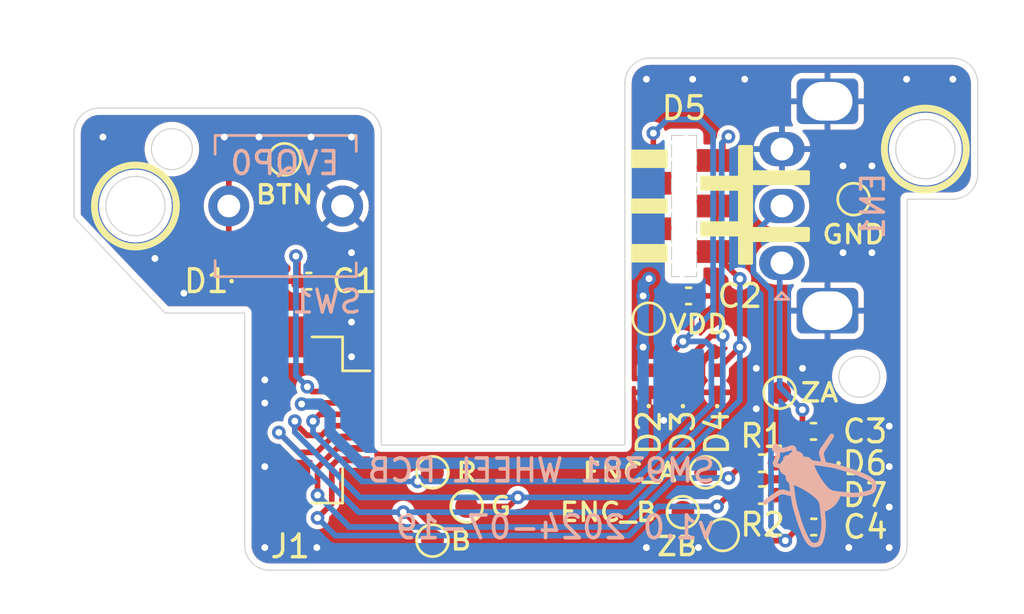
<source format=kicad_pcb>
(kicad_pcb (version 20240108) (generator "pcbnew") (generator_version "8.0")
  (title_block (title "Chakram Scroll Wheel") (date "2024-07-19") (rev "1.0") (company "Petr Moucha") (comment 2 "Any use or reproduction unrelated to this project is prohibited.") (comment 3 "The fly logo is the property of Petr Moucha. ") (comment 4 "Licensed under CERN-OHL-W v2"))
  (layers (0 "F.Cu" signal) (31 "B.Cu" signal) (34 "B.Paste" user) (35 "F.Paste" user) (36 "B.SilkS" user "B.Silkscreen") (37 "F.SilkS" user "F.Silkscreen") (38 "B.Mask" user) (39 "F.Mask" user) (44 "Edge.Cuts" user))
  (net 0 "")
  (net 1 "GND")
  (net 2 "/ZA")
  (net 3 "/ZB")
  (net 4 "/BTN")
  (net 5 "VDD")
  (net 6 "/LED_R")
  (net 7 "/LED_B")
  (net 8 "/LED_G")
  (net 9 "/ENC_B")
  (net 10 "/ENC_A")
  (footprint "TestPoint:TestPoint_Pad_D1.0mm" (layer "F.Cu") (at 82.75 71)
    (property "Reference" "TP8" (hide yes))
    (property "Value" "ENC_A" (at -5.5 0 0) (layer "F.SilkS") (effects (font (size 0.8 0.9)) (justify left)))
    (pad "1" smd circle (at 0 0) (size 1 1) (layers "F.Cu" "F.Mask") (net 10 "/ENC_A"))
  )
  (footprint "Capacitor_SMD:C_0402_1005Metric" (layer "F.Cu") (at 87.485 69.2)
    (property "Reference" "C3" (at 2.265 0 0) (layer "F.SilkS"))
    (property "Value" "~")
    (pad "1" smd roundrect (at -0.48 0) (size 0.56 0.62) (layers "F.Cu" "F.Paste" "F.Mask") (net 2 "/ZA"))
    (pad "2" smd roundrect (at 0.48 0) (size 0.56 0.62) (layers "F.Cu" "F.Paste" "F.Mask") (net 1 "GND"))
  )
  (footprint "Connector_FFC-FPC:Hirose_FH12-8S-0.5SH_1x08-1MP_P0.50mm_Horizontal" (layer "F.Cu") (at 65.5 68.7 -90)
    (property "Reference" "J1" (at 5.55 1 0) (layer "F.SilkS"))
    (property "Value" "FPC Connector")
    (pad "1" smd rect (at -1.75 -1.85 270) (size 0.3 1.3) (layers "F.Cu" "F.Paste" "F.Mask") (net 1 "GND"))
    (pad "2" smd rect (at -1.25 -1.85 270) (size 0.3 1.3) (layers "F.Cu" "F.Paste" "F.Mask") (net 4 "/BTN"))
    (pad "3" smd rect (at -0.75 -1.85 270) (size 0.3 1.3) (layers "F.Cu" "F.Paste" "F.Mask") (net 5 "VDD"))
    (pad "4" smd rect (at -0.25 -1.85 270) (size 0.3 1.3) (layers "F.Cu" "F.Paste" "F.Mask") (net 6 "/LED_R"))
    (pad "5" smd rect (at 0.25 -1.85 270) (size 0.3 1.3) (layers "F.Cu" "F.Paste" "F.Mask") (net 8 "/LED_G"))
    (pad "6" smd rect (at 0.75 -1.85 270) (size 0.3 1.3) (layers "F.Cu" "F.Paste" "F.Mask") (net 7 "/LED_B"))
    (pad "7" smd rect (at 1.25 -1.85 270) (size 0.3 1.3) (layers "F.Cu" "F.Paste" "F.Mask") (net 10 "/ENC_A"))
    (pad "8" smd rect (at 1.75 -1.85 270) (size 0.3 1.3) (layers "F.Cu" "F.Paste" "F.Mask") (net 9 "/ENC_B"))
    (pad "MP" smd rect (at -3.65 1.4 270) (size 1.8 2.2) (layers "F.Cu" "F.Paste" "F.Mask") (net 1 "GND") (thermal_bridge_width 0.5))
    (pad "MP" smd rect (at 3.65 1.4 270) (size 1.8 2.2) (layers "F.Cu" "F.Paste" "F.Mask") (net 1 "GND") (thermal_bridge_width 0.5))
  )
  (footprint "Moucha_Modules:LED_Chakram" (layer "F.Cu") (at 81.8 59.3)
    (property "Reference" "D5" (at 0 -4.3 0) (layer "F.SilkS"))
    (property "Value" "LED_Chakram")
    (fp_rect (start -0.55 -3.1) (end 0.55 3.1) (stroke (width 0.05) (type dash)) (fill none) (layer "Edge.Cuts"))
    (pad "1" connect rect (at 1.4 -2) (size 1.7 1) (layers "F.Cu" "F.Mask") (net 8 "/LED_G"))
    (pad "2" connect rect (at 1.4 0) (size 1.7 1) (layers "F.Cu" "F.Mask") (net 1 "GND"))
    (pad "3" connect rect (at 1.4 2) (size 1.7 1) (layers "F.Cu" "F.Mask") (net 7 "/LED_B"))
    (pad "4" connect rect (at -1.4 -1) (size 1.7 1) (layers "F.Cu" "F.Mask") (net 6 "/LED_R"))
    (pad "5" connect rect (at -1.4 1) (size 1.7 1) (layers "F.Cu" "F.Mask") (net 5 "VDD"))
  )
  (footprint "Capacitor_SMD:C_0402_1005Metric" (layer "F.Cu") (at 87.5 73.4)
    (property "Reference" "C4" (at 2.265 0 0) (layer "F.SilkS"))
    (property "Value" "~")
    (pad "1" smd roundrect (at -0.48 0) (size 0.56 0.62) (layers "F.Cu" "F.Paste" "F.Mask") (net 3 "/ZB"))
    (pad "2" smd roundrect (at 0.48 0) (size 0.56 0.62) (layers "F.Cu" "F.Paste" "F.Mask") (net 1 "GND"))
  )
  (footprint "Diode_SMD:D_0402_1005Metric" (layer "F.Cu") (at 80.25 67 90)
    (property "Reference" "D2" (at -2.25 0 90) (layer "F.SilkS"))
    (property "Value" "D_TVS_Small")
    (pad "1" smd roundrect (at -0.485 0 90) (size 0.59 0.64) (layers "F.Cu" "F.Paste" "F.Mask") (net 1 "GND"))
    (pad "2" smd roundrect (at 0.485 0 90) (size 0.59 0.64) (layers "F.Cu" "F.Paste" "F.Mask") (net 6 "/LED_R"))
  )
  (footprint "Resistor_SMD:R_0402_1005Metric" (layer "F.Cu") (at 85.25 72 180)
    (property "Reference" "R2" (at 0 -1.3 0) (layer "F.SilkS"))
    (property "Value" "1k")
    (pad "1" smd roundrect (at -0.51 0 180) (size 0.54 0.64) (layers "F.Cu" "F.Paste" "F.Mask") (net 3 "/ZB"))
    (pad "2" smd roundrect (at 0.51 0 180) (size 0.54 0.64) (layers "F.Cu" "F.Paste" "F.Mask") (net 9 "/ENC_B"))
  )
  (footprint "Capacitor_SMD:C_0402_1005Metric" (layer "F.Cu") (at 82 63.25)
    (property "Reference" "C2" (at 2.25 0 0) (layer "F.SilkS"))
    (property "Value" "100nF")
    (pad "1" smd roundrect (at -0.48 0) (size 0.56 0.62) (layers "F.Cu" "F.Paste" "F.Mask") (net 5 "VDD"))
    (pad "2" smd roundrect (at 0.48 0) (size 0.56 0.62) (layers "F.Cu" "F.Paste" "F.Mask") (net 1 "GND"))
  )
  (footprint "TestPoint:TestPoint_Pad_D1.0mm" (layer "F.Cu") (at 89.25 59)
    (property "Reference" "TP2" (hide yes))
    (property "Value" "GND" (at 0 1.55 0) (layer "F.SilkS") (effects (font (size 0.8 0.9))))
    (pad "1" smd circle (at 0 0) (size 1 1) (layers "F.Cu" "F.Mask") (net 1 "GND"))
  )
  (footprint "Diode_SMD:D_0402_1005Metric" (layer "F.Cu") (at 83.25 67 90)
    (property "Reference" "D4" (at -2.25 0 90) (layer "F.SilkS"))
    (property "Value" "D_TVS_Small")
    (pad "1" smd roundrect (at -0.485 0 90) (size 0.59 0.64) (layers "F.Cu" "F.Paste" "F.Mask") (net 1 "GND"))
    (pad "2" smd roundrect (at 0.485 0 90) (size 0.59 0.64) (layers "F.Cu" "F.Paste" "F.Mask") (net 7 "/LED_B"))
  )
  (footprint "TestPoint:TestPoint_Pad_D1.0mm" (layer "F.Cu") (at 83.5 73.75)
    (property "Reference" "TP10" (hide yes))
    (property "Value" "ZB" (at -2 0.5 0) (layer "F.SilkS") (effects (font (size 0.8 0.9))))
    (pad "1" smd circle (at 0 0) (size 1 1) (layers "F.Cu" "F.Mask") (net 3 "/ZB"))
  )
  (footprint "Diode_SMD:D_0402_1005Metric" (layer "F.Cu") (at 81.75 67 90)
    (property "Reference" "D3" (at -2.25 0 90) (layer "F.SilkS"))
    (property "Value" "D_TVS_Small")
    (pad "1" smd roundrect (at -0.485 0 90) (size 0.59 0.64) (layers "F.Cu" "F.Paste" "F.Mask") (net 1 "GND"))
    (pad "2" smd roundrect (at 0.485 0 90) (size 0.59 0.64) (layers "F.Cu" "F.Paste" "F.Mask") (net 8 "/LED_G"))
  )
  (footprint "TestPoint:TestPoint_Pad_D1.0mm" (layer "F.Cu") (at 70.75 74)
    (property "Reference" "TP6" (hide yes))
    (property "Value" "B" (at 1.25 0 0) (layer "F.SilkS") (effects (font (size 0.8 0.9))))
    (pad "1" smd circle (at 0 0) (size 1 1) (layers "F.Cu" "F.Mask") (net 7 "/LED_B"))
  )
  (footprint "Diode_SMD:D_0402_1005Metric" (layer "F.Cu") (at 87.5 70.6 180)
    (property "Reference" "D6" (at -2.25 0 0) (layer "F.SilkS"))
    (property "Value" "D_TVS_Small")
    (pad "1" smd roundrect (at -0.485 0 180) (size 0.59 0.64) (layers "F.Cu" "F.Paste" "F.Mask") (net 1 "GND"))
    (pad "2" smd roundrect (at 0.485 0 180) (size 0.59 0.64) (layers "F.Cu" "F.Paste" "F.Mask") (net 2 "/ZA"))
  )
  (footprint "TestPoint:TestPoint_Pad_D1.0mm" (layer "F.Cu") (at 72.25 72.5)
    (property "Reference" "TP5" (hide yes))
    (property "Value" "G" (at 1.5 0 0) (layer "F.SilkS") (effects (font (size 0.8 0.9))))
    (pad "1" smd circle (at 0 0) (size 1 1) (layers "F.Cu" "F.Mask") (net 8 "/LED_G"))
  )
  (footprint "Capacitor_SMD:C_0402_1005Metric" (layer "F.Cu") (at 65.315 62.6)
    (property "Reference" "C1" (at 2 0 0) (layer "F.SilkS"))
    (property "Value" "~")
    (pad "1" smd roundrect (at -0.48 0) (size 0.56 0.62) (layers "F.Cu" "F.Paste" "F.Mask") (net 4 "/BTN"))
    (pad "2" smd roundrect (at 0.48 0) (size 0.56 0.62) (layers "F.Cu" "F.Paste" "F.Mask") (net 1 "GND"))
  )
  (footprint "TestPoint:TestPoint_Pad_D1.0mm" (layer "F.Cu") (at 70.75 71)
    (property "Reference" "TP4" (hide yes))
    (property "Value" "R" (at 1.5 0 0) (layer "F.SilkS") (effects (font (size 0.8 0.9))))
    (pad "1" smd circle (at 0 0) (size 1 1) (layers "F.Cu" "F.Mask") (net 6 "/LED_R"))
  )
  (footprint "TestPoint:TestPoint_Pad_D1.0mm" (layer "F.Cu") (at 81.75 72.75)
    (property "Reference" "TP9" (hide yes))
    (property "Value" "ENC_B" (at -5.5 0 0) (layer "F.SilkS") (effects (font (size 0.8 0.9)) (justify left)))
    (pad "1" smd circle (at 0 0) (size 1 1) (layers "F.Cu" "F.Mask") (net 9 "/ENC_B"))
  )
  (footprint "Diode_SMD:D_0402_1005Metric" (layer "F.Cu") (at 63.015 62.6)
    (property "Reference" "D1" (at -2.2 0 0) (layer "F.SilkS"))
    (property "Value" "D_TVS_Small")
    (pad "1" smd roundrect (at -0.485 0) (size 0.59 0.64) (layers "F.Cu" "F.Paste" "F.Mask") (net 1 "GND"))
    (pad "2" smd roundrect (at 0.485 0) (size 0.59 0.64) (layers "F.Cu" "F.Paste" "F.Mask") (net 4 "/BTN"))
  )
  (footprint "TestPoint:TestPoint_Pad_D1.0mm" (layer "F.Cu") (at 64.25 57.25)
    (property "Reference" "TP3" (hide yes))
    (property "Value" "BTN" (at 0 1.55 0) (layer "F.SilkS") (effects (font (size 0.8 0.9))))
    (pad "1" smd circle (at 0 0) (size 1 1) (layers "F.Cu" "F.Mask") (net 4 "/BTN"))
  )
  (footprint "Diode_SMD:D_0402_1005Metric" (layer "F.Cu") (at 87.485 72 180)
    (property "Reference" "D7" (at -2.265 0 0) (layer "F.SilkS"))
    (property "Value" "D_TVS_Small")
    (pad "1" smd roundrect (at -0.485 0 180) (size 0.59 0.64) (layers "F.Cu" "F.Paste" "F.Mask") (net 1 "GND"))
    (pad "2" smd roundrect (at 0.485 0 180) (size 0.59 0.64) (layers "F.Cu" "F.Paste" "F.Mask") (net 3 "/ZB"))
  )
  (footprint "TestPoint:TestPoint_Pad_D1.0mm" (layer "F.Cu") (at 80.25 64.25)
    (property "Reference" "TP1" (hide yes))
    (property "Value" "VDD" (at 2.176549 0.25 0) (layer "F.SilkS") (effects (font (size 0.8 0.9))))
    (pad "1" smd circle (at 0 0) (size 1 1) (layers "F.Cu" "F.Mask") (net 5 "VDD"))
  )
  (footprint "TestPoint:TestPoint_Pad_D1.0mm" (layer "F.Cu") (at 86 67.5)
    (property "Reference" "TP7" (hide yes))
    (property "Value" "ZA" (at 1.75 0 0) (layer "F.SilkS") (effects (font (size 0.8 0.9))))
    (pad "1" smd circle (at 0 0) (size 1 1) (layers "F.Cu" "F.Mask") (net 2 "/ZA"))
  )
  (footprint "Resistor_SMD:R_0402_1005Metric" (layer "F.Cu") (at 85.25 70.6 180)
    (property "Reference" "R1" (at 0 1.2 0) (layer "F.SilkS"))
    (property "Value" "1k")
    (pad "1" smd roundrect (at -0.51 0 180) (size 0.54 0.64) (layers "F.Cu" "F.Paste" "F.Mask") (net 2 "/ZA"))
    (pad "2" smd roundrect (at 0.51 0 180) (size 0.54 0.64) (layers "F.Cu" "F.Paste" "F.Mask") (net 10 "/ENC_A"))
  )
  (footprint "Moucha_Primitives:SW_Push_EVQP0" (layer "B.Cu") (at 64.3 59.3 180)
    (property "Reference" "SW1" (at -1.8 -4.2 0) (layer "B.SilkS") (effects (justify mirror)))
    (property "Value" "~")
    (pad "1" thru_hole circle (at -2.5 0 180) (size 1.8 1.8) (drill 1) (layers "*.Cu" "*.Mask") (net 1 "GND"))
    (pad "2" thru_hole circle (at 2.5 0 180) (size 1.8 1.8) (drill 1) (layers "*.Cu" "*.Mask") (net 4 "/BTN"))
  )
  (footprint "Moucha_Primitives:RotaryEncoder_Alps_EC10E" (layer "B.Cu") (at 86.1 61.8)
    (property "Reference" "EN1" (at 4 -2.5 90) (layer "B.SilkS") (effects (justify mirror)))
    (property "Value" "RotaryEncoder_MP")
    (pad "A" thru_hole oval (at 0 0) (size 2 1.5) (drill 1) (layers "*.Cu" "*.Mask") (net 2 "/ZA"))
    (pad "B" thru_hole oval (at 0 -2.5) (size 2 1.5) (drill 1) (layers "*.Cu" "*.Mask") (net 3 "/ZB"))
    (pad "C" thru_hole oval (at 0 -5) (size 2 1.5) (drill 1) (layers "*.Cu" "*.Mask") (net 1 "GND"))
    (pad "MP" thru_hole roundrect (at 2 -7.1) (size 2.7 2) (drill oval 2.2 1.7) (layers "*.Cu" "*.Mask") (roundrect_rratio 0.125) (net 1 "GND"))
    (pad "MP" thru_hole roundrect (at 2 2.1) (size 2.7 2) (drill oval 2.2 1.7) (layers "*.Cu" "*.Mask") (roundrect_rratio 0.125) (net 1 "GND"))
  )
  (footprint "Moucha_Graphics:Logo_Moucha_4.5x4.5mm_SilkScreen" (layer "B.Cu") (at 87.5 71.5 -135)
    (property "Reference" "REF**" (hide yes))
    (property "Value" "Logo_Moucha_4.5x4.5mm_SilkScreen" (hide yes))
  )
  (gr_circle (center 92.4 56.8) (end 94.2 56.8) (stroke (width 0.3)) (fill none) (layer "F.SilkS"))
  (gr_rect (start 79.55 59.05) (end 81 59.55) (stroke (width 0.16)) (fill solid) (layer "F.SilkS"))
  (gr_rect (start 79.55 56.9) (end 81 57.55) (stroke (width 0.16)) (fill solid) (layer "F.SilkS"))
  (gr_poly (pts (xy 84.25 56.7) (xy 84.75 56.7) (xy 84.75 57.809106) (xy 87.25 57.809106) (xy 87.25 58.3) (xy 84.75 58.3) (xy 84.75 60.3) (xy 87.25 60.3) (xy 87.25 60.8) (xy 84.75 60.8) (xy 84.75 61.8) (xy 84.25 61.8) (xy 84.252472 60.557414) (xy 82.587864 60.557111) (xy 82.587925 60.054063) (xy 84.25 60.05) (xy 84.25 58.55) (xy 82.587864 58.550542) (xy 82.587863 58.047494) (xy 84.25 58.05)) (stroke (width 0.16)) (fill solid) (layer "F.SilkS"))
  (gr_circle (center 57.7 59.3) (end 59.5 59.3) (stroke (width 0.3)) (fill none) (layer "F.SilkS"))
  (gr_rect (start 79.55 61.05) (end 81 61.7) (stroke (width 0.16)) (fill solid) (layer "F.SilkS"))
  (gr_arc (start 63.6 75.3) (mid 62.822183 74.977817) (end 62.5 74.2) (stroke (width 0.05)) (layer "Edge.Cuts"))
  (gr_line (start 91.6 74.2) (end 91.6 59) (stroke (width 0.05)) (layer "Edge.Cuts"))
  (gr_line (start 62.5 64) (end 59 64) (stroke (width 0.05)) (layer "Edge.Cuts"))
  (gr_line (start 79.2 53.9) (end 79.2 69.8) (stroke (width 0.05)) (layer "Edge.Cuts"))
  (gr_line (start 56.1 55) (end 67.4 55) (stroke (width 0.05)) (layer "Edge.Cuts"))
  (gr_arc (start 93.6 52.8) (mid 94.377817 53.122183) (end 94.7 53.9) (stroke (width 0.05)) (layer "Edge.Cuts"))
  (gr_circle (center 57.7 59.3) (end 59 59.3) (stroke (width 0.05)) (fill none) (layer "Edge.Cuts"))
  (gr_arc (start 91.6 74.2) (mid 91.277817 74.977817) (end 90.5 75.3) (stroke (width 0.05)) (layer "Edge.Cuts"))
  (gr_line (start 55 59.8) (end 59 64) (stroke (width 0.05)) (layer "Edge.Cuts"))
  (gr_line (start 94.7 57.9) (end 94.7 53.9) (stroke (width 0.05)) (layer "Edge.Cuts"))
  (gr_arc (start 94.7 57.9) (mid 94.377817 58.677817) (end 93.6 59) (stroke (width 0.05)) (layer "Edge.Cuts"))
  (gr_line (start 55 56.1) (end 55 59.8) (stroke (width 0.05)) (layer "Edge.Cuts"))
  (gr_line (start 63.6 75.3) (end 90.5 75.3) (stroke (width 0.05)) (layer "Edge.Cuts"))
  (gr_circle (center 89.5 66.8) (end 90.4 66.8) (stroke (width 0.05)) (fill none) (layer "Edge.Cuts"))
  (gr_arc (start 79.2 53.9) (mid 79.522183 53.122183) (end 80.3 52.8) (stroke (width 0.05)) (layer "Edge.Cuts"))
  (gr_arc (start 55 56.1) (mid 55.322183 55.322183) (end 56.1 55) (stroke (width 0.05)) (layer "Edge.Cuts"))
  (gr_arc (start 67.4 55) (mid 68.177817 55.322183) (end 68.5 56.1) (stroke (width 0.05)) (layer "Edge.Cuts"))
  (gr_line (start 79.2 69.8) (end 68.5 69.8) (stroke (width 0.05)) (layer "Edge.Cuts"))
  (gr_circle (center 59.3 56.8) (end 60.2 56.8) (stroke (width 0.05)) (fill none) (layer "Edge.Cuts"))
  (gr_line (start 62.5 64) (end 62.5 74.2) (stroke (width 0.05)) (layer "Edge.Cuts"))
  (gr_line (start 93.6 52.8) (end 80.3 52.8) (stroke (width 0.05)) (layer "Edge.Cuts"))
  (gr_circle (center 92.4 56.8) (end 93.7 56.8) (stroke (width 0.05)) (fill none) (layer "Edge.Cuts"))
  (gr_line (start 68.5 56.1) (end 68.5 69.8) (stroke (width 0.05)) (layer "Edge.Cuts"))
  (gr_line (start 91.6 59) (end 93.6 59) (stroke (width 0.05)) (layer "Edge.Cuts"))
  (gr_text "SM9381 WHEEL PCB" (at 83.25 71.5 0) (layer "B.SilkS") (effects (font (size 1 1) (thickness 0.16)) (justify left bottom mirror)))
  (gr_text "EVQP0" (at 66.75 58 0) (layer "B.SilkS") (effects (font (size 1 1) (thickness 0.16)) (justify left bottom mirror)))
  (gr_text "v${REVISION} ${ISSUE_DATE}" (at 83.25 74 0) (layer "B.SilkS") (effects (font (size 1 1) (thickness 0.16)) (justify left bottom mirror)))
  (via (at 87.004 66.43) (size 0.6) (drill 0.3) (layers "F.Cu" "B.Cu") (net 1))
  (via (at 90.052 57.54) (size 0.6) (drill 0.3) (layers "F.Cu" "B.Cu") (net 1))
  (via (at 91.576 53.73) (size 0.6) (drill 0.3) (layers "F.Cu" "B.Cu") (net 1))
  (via (at 67.192 61.35) (size 0.6) (drill 0.3) (layers "F.Cu" "B.Cu") (net 1))
  (via (at 63.382 67.954) (size 0.6) (drill 0.3) (layers "F.Cu" "B.Cu") (net 1))
  (via (at 88.782 57.54) (size 0.6) (drill 0.3) (layers "F.Cu" "B.Cu") (net 1))
  (via (at 90.814 74.304) (size 0.6) (drill 0.3) (layers "F.Cu" "B.Cu") (net 1))
  (via (at 90.814 70.748) (size 0.6) (drill 0.3) (layers "F.Cu" "B.Cu") (net 1))
  (via (at 84.972 66.43) (size 0.6) (drill 0.3) (layers "F.Cu" "B.Cu") (net 1))
  (via (at 90.814 72.526) (size 0.6) (drill 0.3) (layers "F.Cu" "B.Cu") (net 1))
  (via (at 65.668 74.304) (size 0.6) (drill 0.3) (layers "F.Cu" "B.Cu") (net 1))
  (via (at 88.782 61.35) (size 0.6) (drill 0.3) (layers "F.Cu" "B.Cu") (net 1))
  (via (at 89.036 74.304) (size 0.6) (drill 0.3) (layers "F.Cu" "B.Cu") (net 1))
  (via (at 93.608 53.73) (size 0.6) (drill 0.3) (layers "F.Cu" "B.Cu") (net 1))
  (via (at 56.27 56.27) (size 0.6) (drill 0.3) (layers "F.Cu" "B.Cu") (net 1))
  (via (at 63.128 56.27) (size 0.6) (drill 0.3) (layers "F.Cu" "B.Cu") (net 1))
  (via (at 61.604 56.27) (size 0.6) (drill 0.3) (layers "F.Cu" "B.Cu") (net 1))
  (via (at 59.826 63.128) (size 0.6) (drill 0.3) (layers "F.Cu" "B.Cu") (net 1))
  (via (at 58.556 61.604) (size 0.6) (drill 0.3) (layers "F.Cu" "B.Cu") (net 1))
  (via (at 67.192 56.27) (size 0.6) (drill 0.3) (layers "F.Cu" "B.Cu") (net 1))
  (via (at 84.464 53.73) (size 0.6) (drill 0.3) (layers "F.Cu" "B.Cu") (net 1))
  (via (at 65.414 56.27) (size 0.6) (drill 0.3) (layers "F.Cu" "B.Cu") (net 1))
  (via (at 90.052 61.35) (size 0.6) (drill 0.3) (layers "F.Cu" "B.Cu") (net 1))
  (via (at 67.192 65.922) (size 0.6) (drill 0.3) (layers "F.Cu" "B.Cu") (net 1))
  (via (at 63.382 70.748) (size 0.6) (drill 0.3) (layers "F.Cu" "B.Cu") (net 1))
  (via (at 63.382 74.304) (size 0.6) (drill 0.3) (layers "F.Cu" "B.Cu") (net 1))
  (via (at 80.908 68.716) (size 0.6) (drill 0.3) (layers "F.Cu" "B.Cu") (net 1))
  (via (at 67.192 64.398) (size 0.6) (drill 0.3) (layers "F.Cu" "B.Cu") (net 1))
  (via (at 80.146 53.73) (size 0.6) (drill 0.3) (layers "F.Cu" "B.Cu") (net 1))
  (via (at 63.382 66.938) (size 0.6) (drill 0.3) (layers "F.Cu" "B.Cu") (net 1))
  (via (at 82.178 53.73) (size 0.6) (drill 0.3) (layers "F.Cu" "B.Cu") (net 1))
  (via (at 82.432 74.304) (size 0.6) (drill 0.3) (layers "F.Cu" "B.Cu") (net 1))
  (via (at 84.972 68.208) (size 0.6) (drill 0.3) (layers "F.Cu" "B.Cu") (net 1))
  (via (at 80.146 74.304) (size 0.6) (drill 0.3) (layers "F.Cu" "B.Cu") (net 1))
  (via (at 90.814 68.97) (size 0.6) (drill 0.3) (layers "F.Cu" "B.Cu") (net 1))
  (segment (start 86.25 67.5) (end 87 68.25) (width 0.25) (layer "F.Cu") (net 2))
  (segment (start 87 68.25) (end 87 70.585) (width 0.25) (layer "F.Cu") (net 2))
  (segment (start 87.015 70.6) (end 85.595 70.6) (width 0.25) (layer "F.Cu") (net 2))
  (via (at 87 68.25) (size 0.6) (drill 0.3) (layers "F.Cu" "B.Cu") (net 2))
  (segment (start 87 68.25) (end 86 67.25) (width 0.25) (layer "B.Cu") (net 2))
  (segment (start 86 67.25) (end 86 61.9) (width 0.25) (layer "B.Cu") (net 2))
  (segment (start 86.25 74) (end 83.5 74) (width 0.25) (layer "F.Cu") (net 3))
  (segment (start 86.25 74) (end 86.884337 73.365663) (width 0.25) (layer "F.Cu") (net 3))
  (segment (start 87 72) (end 85.605 72) (width 0.25) (layer "F.Cu") (net 3))
  (segment (start 87.005 73.355095) (end 87.005 72.005) (width 0.25) (layer "F.Cu") (net 3))
  (via (at 86.25 74) (size 0.6) (drill 0.3) (layers "F.Cu" "B.Cu") (net 3))
  (segment (start 86.25 74) (end 85.62 73.37) (width 0.25) (layer "B.Cu") (net 3))
  (segment (start 84.845 62.216285) (end 84.845 60.555) (width 0.25) (layer "B.Cu") (net 3))
  (segment (start 84.845 60.555) (end 86.1 59.3) (width 0.25) (layer "B.Cu") (net 3))
  (segment (start 85.62 73.37) (end 85.62 62.991285) (width 0.25) (layer "B.Cu") (net 3))
  (segment (start 85.62 62.991285) (end 84.845 62.216285) (width 0.25) (layer "B.Cu") (net 3))
  (segment (start 61.8 59.3) (end 61.8 60.8) (width 0.25) (layer "F.Cu") (net 4))
  (segment (start 64.835 62.6) (end 64.835 61.585) (width 0.25) (layer "F.Cu") (net 4))
  (segment (start 61.8 58.2) (end 62.75 57.25) (width 0.25) (layer "F.Cu") (net 4))
  (segment (start 67.35 67.45) (end 65.461932 67.45) (width 0.25) (layer "F.Cu") (net 4))
  (segment (start 64.835 62.6) (end 63.5 62.6) (width 0.25) (layer "F.Cu") (net 4))
  (segment (start 65.461932 67.45) (end 65.252983 67.241051) (width 0.25) (layer "F.Cu") (net 4))
  (segment (start 62.75 57.25) (end 64.25 57.25) (width 0.25) (layer "F.Cu") (net 4))
  (segment (start 61.8 60.8) (end 63.5 62.5) (width 0.25) (layer "F.Cu") (net 4))
  (segment (start 64.835 61.585) (end 64.75 61.5) (width 0.25) (layer "F.Cu") (net 4))
  (segment (start 61.8 59.3) (end 61.8 58.2) (width 0.25) (layer "F.Cu") (net 4))
  (via (at 64.75 61.5) (size 0.6) (drill 0.3) (layers "F.Cu" "B.Cu") (net 4))
  (via (at 65.252983 67.241051) (size 0.6) (drill 0.3) (layers "F.Cu" "B.Cu") (net 4))
  (segment (start 64.761932 66.75) (end 64.75 66.75) (width 0.25) (layer "B.Cu") (net 4))
  (segment (start 64.75 66.75) (end 64.75 61.5) (width 0.25) (layer "B.Cu") (net 4))
  (segment (start 65.252983 67.241051) (end 64.761932 66.75) (width 0.25) (layer "B.Cu") (net 4))
  (segment (start 65 68) (end 65.05 67.95) (width 0.25) (layer "F.Cu") (net 5))
  (segment (start 65.05 67.95) (end 67.35 67.95) (width 0.25) (layer "F.Cu") (net 5))
  (via (at 80 65.5) (size 0.6) (drill 0.3) (layers "F.Cu" "B.Cu") (net 5))
  (via (at 80.261091 62.488909) (size 0.6) (drill 0.3) (layers "F.Cu" "B.Cu") (net 5))
  (via (at 65 68) (size 0.6) (drill 0.3) (layers "F.Cu" "B.Cu") (net 5))
  (via (at 80 63.25) (size 0.6) (drill 0.3) (layers "F.Cu" "B.Cu") (net 5))
  (segment (start 66.25 69.25) (end 66.25 68.439339) (width 0.5) (layer "B.Cu") (net 5))
  (segment (start 80.261091 62.488909) (end 80 62.75) (width 0.5) (layer "B.Cu") (net 5))
  (segment (start 79.5 70.6) (end 67.6 70.6) (width 0.5) (layer "B.Cu") (net 5))
  (segment (start 80 70.1) (end 79.5 70.6) (width 0.5) (layer "B.Cu") (net 5))
  (segment (start 80 65.5) (end 80 70.1) (width 0.5) (layer "B.Cu") (net 5))
  (segment (start 67.6 70.6) (end 66.25 69.25) (width 0.5) (layer "B.Cu") (net 5))
  (segment (start 66.25 68.439339) (end 65.810661 68) (width 0.5) (layer "B.Cu") (net 5))
  (segment (start 80 63.25) (end 80 65.5) (width 0.5) (layer "B.Cu") (net 5))
  (segment (start 65.810661 68) (end 65 68) (width 0.5) (layer "B.Cu") (net 5))
  (segment (start 80 62.75) (end 80 63.25) (width 0.5) (layer "B.Cu") (net 5))
  (segment (start 81.75 65.2575) (end 80.4925 66.515) (width 0.25) (layer "F.Cu") (net 6))
  (segment (start 70.1 71.4) (end 70.5 71) (width 0.25) (layer "F.Cu") (net 6))
  (segment (start 80.4925 66.515) (end 80.25 66.515) (width 0.25) (layer "F.Cu") (net 6))
  (segment (start 65.5 68.75) (end 65.8 68.45) (width 0.25) (layer "F.Cu") (net 6))
  (segment (start 81.75 65.25) (end 81.75 65.2575) (width 0.25) (layer "F.Cu") (net 6))
  (segment (start 65.8 68.45) (end 67.35 68.45) (width 0.25) (layer "F.Cu") (net 6))
  (segment (start 80.45 56.098959) (end 80.45 58.3) (width 0.25) (layer "F.Cu") (net 6))
  (via (at 81.75 65.25) (size 0.6) (drill 0.3) (layers "F.Cu" "B.Cu") (net 6))
  (via (at 65.5 68.75) (size 0.6) (drill 0.3) (layers "F.Cu" "B.Cu") (net 6))
  (via (at 70.1 71.4) (size 0.6) (drill 0.3) (layers "F.Cu" "B.Cu") (net 6))
  (via (at 80.45 56.098959) (size 0.6) (drill 0.3) (layers "F.Cu" "B.Cu") (net 6))
  (segment (start 83.075 56.075) (end 83.075 63.925) (width 0.25) (layer "B.Cu") (net 6))
  (segment (start 65.5 69.25) (end 65.5 68.75) (width 0.25) (layer "B.Cu") (net 6))
  (segment (start 79.6 71.4) (end 67.65 71.4) (width 0.25) (layer "B.Cu") (net 6))
  (segment (start 83 68) (end 79.6 71.4) (width 0.25) (layer "B.Cu") (net 6))
  (segment (start 83.075 63.925) (end 81.75 65.25) (width 0.25) (layer "B.Cu") (net 6))
  (segment (start 80.45 56.098959) (end 81.048959 55.5) (width 0.25) (layer "B.Cu") (net 6))
  (segment (start 81.048959 55.5) (end 82.5 55.5) (width 0.25) (layer "B.Cu") (net 6))
  (segment (start 82.75 65.25) (end 83 65.5) (width 0.25) (layer "B.Cu") (net 6))
  (segment (start 67.65 71.4) (end 65.5 69.25) (width 0.25) (layer "B.Cu") (net 6))
  (segment (start 83 65.5) (end 83 68) (width 0.25) (layer "B.Cu") (net 6))
  (segment (start 81.75 65.25) (end 82.75 65.25) (width 0.25) (layer "B.Cu") (net 6))
  (segment (start 82.5 55.5) (end 83.075 56.075) (width 0.25) (layer "B.Cu") (net 6))
  (segment (start 64 69.25) (end 64.875 70.125) (width 0.25) (layer "F.Cu") (net 7))
  (segment (start 66.337402 69.45) (end 67.35 69.45) (width 0.25) (layer "F.Cu") (net 7))
  (segment (start 69.464327 72.75) (end 69.5 72.75) (width 0.25) (layer "F.Cu") (net 7))
  (segment (start 84.25 65.5) (end 83.25 66.5) (width 0.25) (layer "F.Cu") (net 7))
  (segment (start 83.5 61.75) (end 84.25 62.5) (width 0.25) (layer "F.Cu") (net 7))
  (segment (start 65.662402 70.125) (end 66.337402 69.45) (width 0.25) (layer "F.Cu") (net 7))
  (segment (start 64.875 70.125) (end 65.662402 70.125) (width 0.25) (layer "F.Cu") (net 7))
  (segment (start 83.5 61.3) (end 83.5 61.75) (width 0.25) (layer "F.Cu") (net 7))
  (segment (start 69.5 72.75) (end 70.75 74) (width 0.25) (layer "F.Cu") (net 7))
  (via (at 84.25 65.5) (size 0.6) (drill 0.3) (layers "F.Cu" "B.Cu") (net 7))
  (via (at 84.25 62.5) (size 0.6) (drill 0.3) (layers "F.Cu" "B.Cu") (net 7))
  (via (at 69.464327 72.75) (size 0.6) (drill 0.3) (layers "F.Cu" "B.Cu") (net 7))
  (via (at 64 69.25) (size 0.6) (drill 0.3) (layers "F.Cu" "B.Cu") (net 7))
  (segment (start 84.25 67.824804) (end 84.25 65.5) (width 0.25) (layer "B.Cu") (net 7))
  (segment (start 79.324804 72.75) (end 84.25 67.824804) (width 0.25) (layer "B.Cu") (net 7))
  (segment (start 69.464327 72.75) (end 67.5 72.75) (width 0.25) (layer "B.Cu") (net 7))
  (segment (start 69.464327 72.75) (end 79.324804 72.75) (width 0.25) (layer "B.Cu") (net 7))
  (segment (start 84.25 65.5) (end 84.25 62.5) (width 0.25) (layer "B.Cu") (net 7))
  (segment (start 67.5 72.75) (end 64 69.25) (width 0.25) (layer "B.Cu") (net 7))
  (segment (start 65.241116 69.375) (end 65.875 69.375) (width 0.25) (layer "F.Cu") (net 8))
  (segment (start 74.1 72.5) (end 72.25 72.5) (width 0.25) (layer "F.Cu") (net 8))
  (segment (start 64.699997 68.833881) (end 65.241116 69.375) (width 0.25) (layer "F.Cu") (net 8))
  (segment (start 83.5 57.3) (end 83.5 56.5) (width 0.25) (layer "F.Cu") (net 8))
  (segment (start 83.5 56.5) (end 83.75 56.25) (width 0.25) (layer "F.Cu") (net 8))
  (segment (start 66.3 68.95) (end 67.35 68.95) (width 0.25) (layer "F.Cu") (net 8))
  (segment (start 64.699997 68.75) (end 64.699997 68.833881) (width 0.25) (layer "F.Cu") (net 8))
  (segment (start 83 65) (end 81.75 66.25) (width 0.25) (layer "F.Cu") (net 8))
  (segment (start 83.5 65) (end 83 65) (width 0.25) (layer "F.Cu") (net 8))
  (segment (start 65.875 69.375) (end 66.3 68.95) (width 0.25) (layer "F.Cu") (net 8))
  (segment (start 74.5 72.1) (end 74.1 72.5) (width 0.25) (layer "F.Cu") (net 8))
  (segment (start 81.75 66.25) (end 81.75 66.515) (width 0.25) (layer "F.Cu") (net 8))
  (via (at 83.75 56.25) (size 0.6) (drill 0.3) (layers "F.Cu" "B.Cu") (net 8))
  (via (at 83.5 65) (size 0.6) (drill 0.3) (layers "F.Cu" "B.Cu") (net 8))
  (via (at 74.5 72.1) (size 0.6) (drill 0.3) (layers "F.Cu" "B.Cu") (net 8))
  (via (at 64.699997 68.75) (size 0.6) (drill 0.3) (layers "F.Cu" "B.Cu") (net 8))
  (segment (start 74.5 72.1) (end 79.437402 72.1) (width 0.25) (layer "B.Cu") (net 8))
  (segment (start 74.5 72.1) (end 67.562598 72.1) (width 0.25) (layer "B.Cu") (net 8))
  (segment (start 79.437402 72.1) (end 83.5 68.037402) (width 0.25) (layer "B.Cu") (net 8))
  (segment (start 83.455 56.545) (end 83.75 56.25) (width 0.25) (layer "B.Cu") (net 8))
  (segment (start 64.699997 69.237399) (end 64.699997 68.75) (width 0.25) (layer "B.Cu") (net 8))
  (segment (start 67.562598 72.1) (end 64.699997 69.237399) (width 0.25) (layer "B.Cu") (net 8))
  (segment (start 83.5 65) (end 83.455 64.955) (width 0.25) (layer "B.Cu") (net 8))
  (segment (start 83.455 64.955) (end 83.455 56.545) (width 0.25) (layer "B.Cu") (net 8))
  (segment (start 83.5 68.037402) (end 83.5 65) (width 0.25) (layer "B.Cu") (net 8))
  (segment (start 65.7 73) (end 66.325 72.375) (width 0.25) (layer "F.Cu") (net 9))
  (segment (start 66.325 70.702402) (end 66.577402 70.45) (width 0.25) (layer "F.Cu") (net 9))
  (segment (start 83.25 72.5) (end 82 72.5) (width 0.25) (layer "F.Cu") (net 9))
  (segment (start 84.585 72) (end 83.75 72) (width 0.25) (layer "F.Cu") (net 9))
  (segment (start 83.75 72) (end 83.25 72.5) (width 0.25) (layer "F.Cu") (net 9))
  (segment (start 66.577402 70.45) (end 67.35 70.45) (width 0.25) (layer "F.Cu") (net 9))
  (segment (start 66.325 72.375) (end 66.325 70.702402) (width 0.25) (layer "F.Cu") (net 9))
  (via (at 83.25 72.5) (size 0.6) (drill 0.3) (layers "F.Cu" "B.Cu") (net 9))
  (via (at 65.7 73) (size 0.6) (drill 0.3) (layers "F.Cu" "B.Cu") (net 9))
  (segment (start 65.7 73) (end 66.48 73.78) (width 0.25) (layer "B.Cu") (net 9))
  (segment (start 80.649608 72.5) (end 83.25 72.5) (width 0.25) (layer "B.Cu") (net 9))
  (segment (start 66.48 73.78) (end 79.369608 73.78) (width 0.25) (layer "B.Cu") (net 9))
  (segment (start 79.369608 73.78) (end 80.649608 72.5) (width 0.25) (layer "B.Cu") (net 9))
  (segment (start 84.575 70.6) (end 84.4 70.6) (width 0.25) (layer "F.Cu") (net 10))
  (segment (start 65.7 70.79) (end 66.54 69.95) (width 0.25) (layer "F.Cu") (net 10))
  (segment (start 83.75 71.25) (end 83 71.25) (width 0.25) (layer "F.Cu") (net 10))
  (segment (start 84.4 70.6) (end 83.75 71.25) (width 0.25) (layer "F.Cu") (net 10))
  (segment (start 65.7 72) (end 65.7 70.79) (width 0.25) (layer "F.Cu") (net 10))
  (segment (start 66.54 69.95) (end 67.35 69.95) (width 0.25) (layer "F.Cu") (net 10))
  (via (at 65.7 72) (size 0.6) (drill 0.3) (layers "F.Cu" "B.Cu") (net 10))
  (via (at 83.75 71.25) (size 0.6) (drill 0.3) (layers "F.Cu" "B.Cu") (net 10))
  (segment (start 79.212206 73.4) (end 81.362206 71.25) (width 0.25) (layer "B.Cu") (net 10))
  (segment (start 67.1 73.4) (end 79.212206 73.4) (width 0.25) (layer "B.Cu") (net 10))
  (segment (start 81.362206 71.25) (end 83.75 71.25) (width 0.25) (layer "B.Cu") (net 10))
  (segment (start 65.7 72) (end 67.1 73.4) (width 0.25) (layer "B.Cu") (net 10))
  (zone (net 5) (net_name "VDD") (layer "F.Cu") (name "VDD") (priority 1) (connect_pads (clearance 0.2)) (min_thickness 0.13) (fill yes (thermal_gap 0.25) (thermal_bridge_width 0.5) (smoothing fillet))
    (polygon (pts (xy 78.5 58.75) (xy 82.25 58.75) (xy 82.25 67) (xy 78.5 67)))
  )
  (zone (net 1) (net_name "GND") (layers "F&B.Cu") (name "GND") (connect_pads (clearance 0.2)) (min_thickness 0.13) (fill yes (thermal_gap 0.25) (thermal_bridge_width 0.25))
    (polygon (pts (xy 96.75 77.25) (xy 96.75 50.25) (xy 51.75 50.25) (xy 51.75 77.25)))
  )
)
</source>
